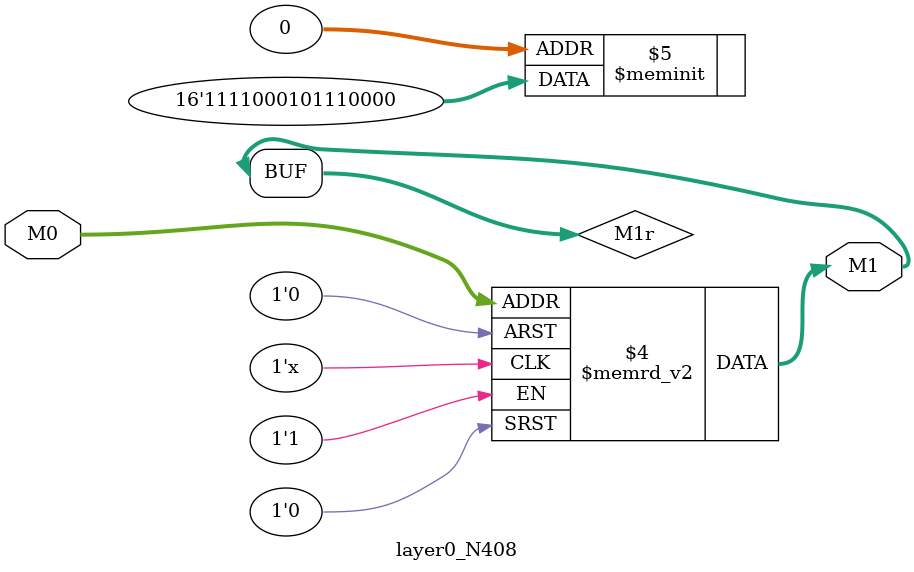
<source format=v>
module layer0_N408 ( input [2:0] M0, output [1:0] M1 );

	(*rom_style = "distributed" *) reg [1:0] M1r;
	assign M1 = M1r;
	always @ (M0) begin
		case (M0)
			3'b000: M1r = 2'b00;
			3'b100: M1r = 2'b01;
			3'b010: M1r = 2'b11;
			3'b110: M1r = 2'b11;
			3'b001: M1r = 2'b00;
			3'b101: M1r = 2'b00;
			3'b011: M1r = 2'b01;
			3'b111: M1r = 2'b11;

		endcase
	end
endmodule

</source>
